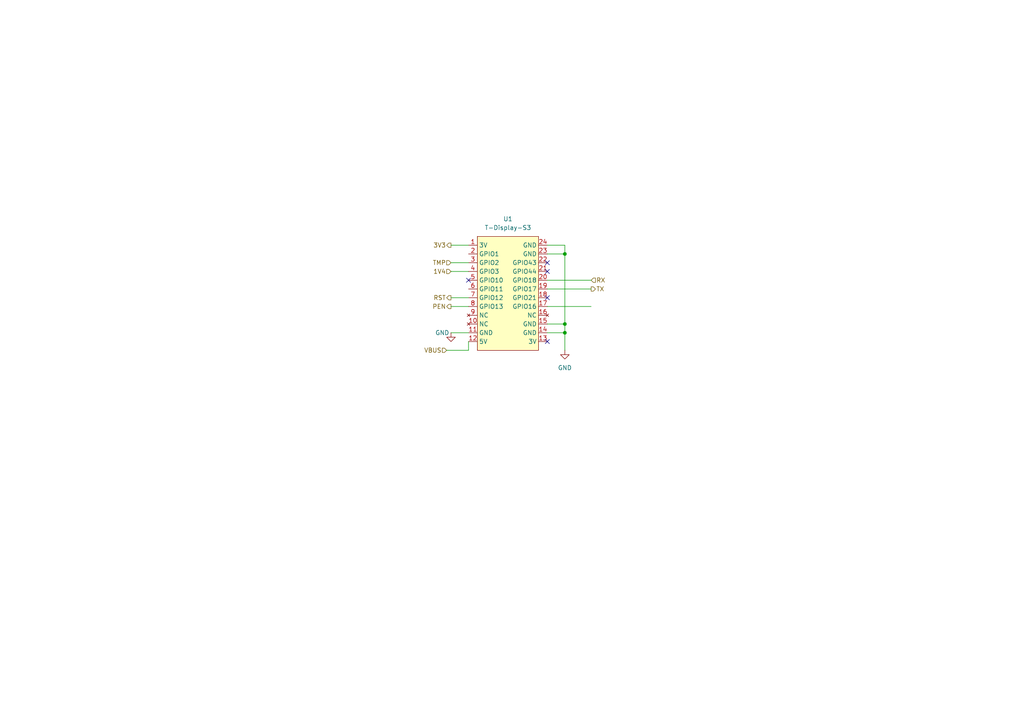
<source format=kicad_sch>
(kicad_sch (version 20231120) (generator "eeschema") (generator_version "8.0")
  (paper "A4")
  (title_block (title "NerdNOS") (date "2024-04-05") (rev "1"))
  (lib_symbols
    (symbol "GND_2" (power) (pin_numbers hide) (pin_names (offset 0) hide)
      (property "Value" "GND" (at 0 -3.81 0))
      (symbol "GND_2_0_1"
        (polyline (pts (xy 0 0) (xy 0 -1.27) (xy 1.27 -1.27) (xy 0 -2.54) (xy -1.27 -1.27) (xy 0 -1.27)))
      )
      (symbol "GND_2_1_1"
        (pin power_in line (at 0 0 270) (length 0) (name "~") (number "1"))
      )
    )
    (symbol "GND_3" (power) (pin_numbers hide) (pin_names (offset 0) hide)
      (property "Value" "GND" (at 0 -3.81 0))
      (symbol "GND_3_0_1"
        (polyline (pts (xy 0 0) (xy 0 -1.27) (xy 1.27 -1.27) (xy 0 -2.54) (xy -1.27 -1.27) (xy 0 -1.27)))
      )
      (symbol "GND_3_1_1"
        (pin power_in line (at 0 0 270) (length 0) (name "~") (number "1"))
      )
    )
    (symbol "bitaxe:T-Display-S3"
      (property "Reference" "U" (at -21.59 -1.27 0))
      (property "Value" "T-Display-S3" (at -11.43 -36.83 0))
      (symbol "T-Display-S3_1_0"
        (pin power_in line (at -25.4 -5.08 0) (length 2.54) (name "3V") (number "1"))
        (pin no_connect line (at -25.4 -27.94 0) (length 2.54) (name "NC") (number "10"))
        (pin power_in line (at -25.4 -30.48 0) (length 2.54) (name "GND") (number "11"))
        (pin power_in line (at -25.4 -33.02 0) (length 2.54) (name "5V") (number "12"))
        (pin power_in line (at -2.54 -33.02 180) (length 2.54) (name "3V") (number "13"))
        (pin power_in line (at -2.54 -30.48 180) (length 2.54) (name "GND") (number "14"))
        (pin power_in line (at -2.54 -27.94 180) (length 2.54) (name "GND") (number "15"))
        (pin no_connect line (at -2.54 -25.4 180) (length 2.54) (name "NC") (number "16"))
        (pin bidirectional line (at -2.54 -22.86 180) (length 2.54) (name "GPIO16") (number "17"))
        (pin bidirectional line (at -2.54 -20.32 180) (length 2.54) (name "GPIO21") (number "18"))
        (pin bidirectional line (at -2.54 -17.78 180) (length 2.54) (name "GPIO17") (number "19"))
        (pin bidirectional line (at -25.4 -7.62 0) (length 2.54) (name "GPIO1") (number "2"))
        (pin bidirectional line (at -2.54 -15.24 180) (length 2.54) (name "GPIO18") (number "20"))
        (pin bidirectional line (at -25.4 -10.16 0) (length 2.54) (name "GPIO2") (number "3"))
        (pin bidirectional line (at -25.4 -12.7 0) (length 2.54) (name "GPIO3") (number "4"))
        (pin bidirectional line (at -25.4 -15.24 0) (length 2.54) (name "GPIO10") (number "5"))
        (pin input line (at -25.4 -17.78 0) (length 2.54) (name "GPIO11") (number "6"))
        (pin bidirectional line (at -25.4 -20.32 0) (length 2.54) (name "GPIO12") (number "7"))
        (pin bidirectional line (at -25.4 -22.86 0) (length 2.54) (name "GPIO13") (number "8"))
        (pin no_connect line (at -25.4 -25.4 0) (length 2.54) (name "NC") (number "9"))
      )
      (symbol "T-Display-S3_1_1"
        (rectangle (start -22.86 -2.54) (end -5.08 -35.56) (fill (type background)))
        (pin bidirectional line (at -2.54 -12.7 180) (length 2.54) (name "GPIO44") (number "21"))
        (pin bidirectional line (at -2.54 -10.16 180) (length 2.54) (name "GPIO43") (number "22"))
        (pin power_in line (at -2.54 -7.62 180) (length 2.54) (name "GND") (number "23"))
        (pin power_in line (at -2.54 -5.08 180) (length 2.54) (name "GND") (number "24"))
      )
    )
  )
  (junction (at 163.83 73.66))
  (junction (at 163.83 96.52))
  (junction (at 163.83 93.98))
  (no_connect (at 158.75 86.36))
  (no_connect (at 158.75 76.2))
  (no_connect (at 158.75 78.74))
  (no_connect (at 158.75 99.06))
  (no_connect (at 135.89 81.28))
  (wire (pts (xy 158.75 93.98) (xy 163.83 93.98)))
  (wire (pts (xy 158.75 96.52) (xy 163.83 96.52)))
  (wire (pts (xy 130.81 78.74) (xy 135.89 78.74)))
  (wire (pts (xy 163.83 96.52) (xy 163.83 101.6)))
  (wire (pts (xy 158.75 71.12) (xy 163.83 71.12)))
  (wire (pts (xy 163.83 73.66) (xy 163.83 93.98)))
  (wire (pts (xy 158.75 88.9) (xy 171.45 88.9)))
  (wire (pts (xy 135.89 101.6) (xy 135.89 99.06)))
  (wire (pts (xy 163.83 93.98) (xy 163.83 96.52)))
  (wire (pts (xy 130.81 88.9) (xy 135.89 88.9)))
  (wire (pts (xy 158.75 81.28) (xy 171.45 81.28)))
  (wire (pts (xy 130.81 76.2) (xy 135.89 76.2)))
  (wire (pts (xy 135.89 96.52) (xy 130.81 96.52)))
  (wire (pts (xy 129.54 101.6) (xy 135.89 101.6)))
  (wire (pts (xy 130.81 71.12) (xy 135.89 71.12)))
  (wire (pts (xy 130.81 86.36) (xy 135.89 86.36)))
  (wire (pts (xy 163.83 71.12) (xy 163.83 73.66)))
  (wire (pts (xy 158.75 83.82) (xy 171.45 83.82)))
  (wire (pts (xy 158.75 73.66) (xy 163.83 73.66)))
  (hierarchical_label "TX" (shape output) (at 171.45 83.82 0))
  (hierarchical_label "TMP" (shape input) (at 130.81 76.2 180))
  (hierarchical_label "RX" (shape input) (at 171.45 81.28 0))
  (hierarchical_label "RST" (shape output) (at 130.81 86.36 180))
  (hierarchical_label "VBUS" (shape input) (at 129.54 101.6 180))
  (hierarchical_label "3V3" (shape output) (at 130.81 71.12 180))
  (hierarchical_label "1V4" (shape input) (at 130.81 78.74 180))
  (hierarchical_label "PEN" (shape output) (at 130.81 88.9 180))
  (symbol (lib_id "bitaxe:T-Display-S3") (at 161.29 66.04 0) (unit 1)
    (property "Reference" "U1" (at 147.32 63.5 0))
    (property "Value" "T-Display-S3" (at 147.32 66.04 0))
    (property "Footprint" "myfootprints:T-Display-S3-friction-fit" (effects (hide yes)))
    (property "Distributor" "X" (effects (hide yes)))
  )
  (symbol (lib_name "GND_3") (lib_id "power:GND") (at 163.83 101.6 0) (unit 1)
    (property "Reference" "#PWR020" (effects (hide yes)))
    (property "Value" "GND" (at 163.83 106.68 0))
    (property "Description" "Power symbol creates a global label with name \"GND\" , ground" (effects (hide yes)))
  )
  (symbol (lib_name "GND_2") (lib_id "power:GND") (at 130.81 96.52 0) (unit 1)
    (property "Reference" "#PWR019" (effects (hide yes)))
    (property "Value" "GND" (at 128.27 96.52 0))
    (property "Description" "Power symbol creates a global label with name \"GND\" , ground" (effects (hide yes)))
  )
)
</source>
